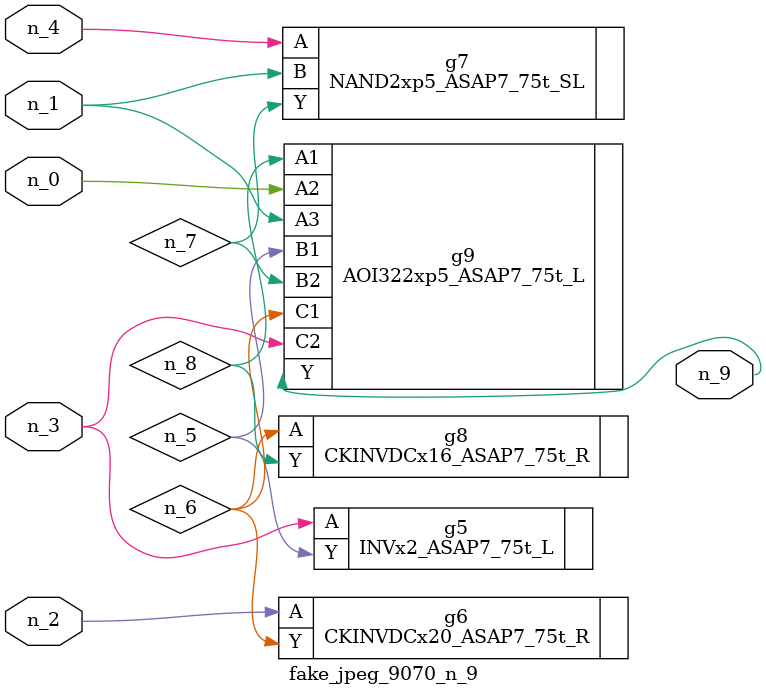
<source format=v>
module fake_jpeg_9070_n_9 (n_3, n_2, n_1, n_0, n_4, n_9);

input n_3;
input n_2;
input n_1;
input n_0;
input n_4;

output n_9;

wire n_8;
wire n_6;
wire n_5;
wire n_7;

INVx2_ASAP7_75t_L g5 ( 
.A(n_3),
.Y(n_5)
);

CKINVDCx20_ASAP7_75t_R g6 ( 
.A(n_2),
.Y(n_6)
);

NAND2xp5_ASAP7_75t_SL g7 ( 
.A(n_4),
.B(n_1),
.Y(n_7)
);

CKINVDCx16_ASAP7_75t_R g8 ( 
.A(n_6),
.Y(n_8)
);

AOI322xp5_ASAP7_75t_L g9 ( 
.A1(n_8),
.A2(n_0),
.A3(n_1),
.B1(n_5),
.B2(n_7),
.C1(n_6),
.C2(n_3),
.Y(n_9)
);


endmodule
</source>
